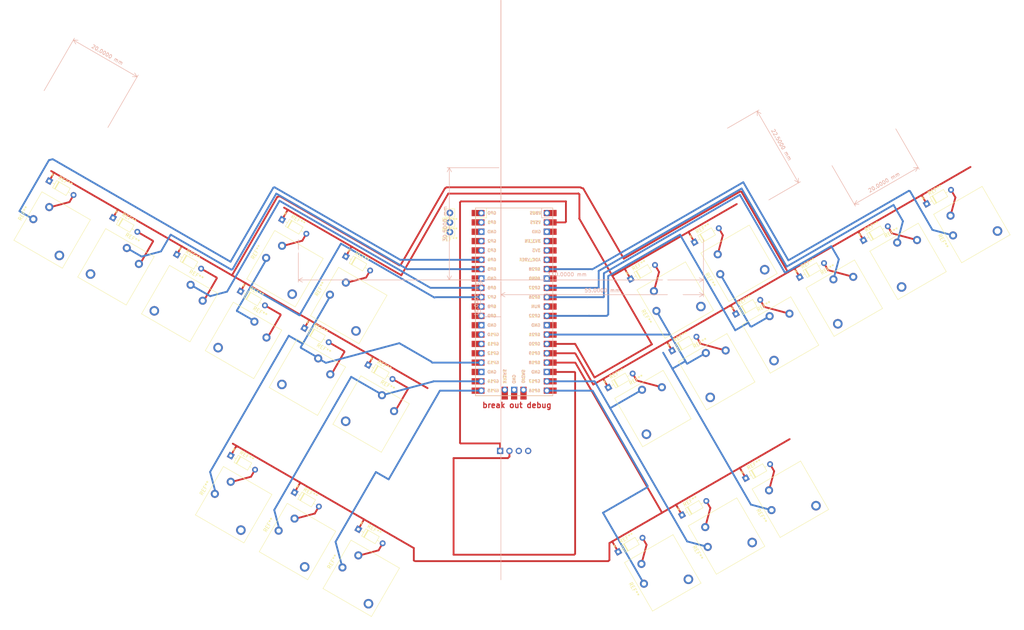
<source format=kicad_pcb>
(kicad_pcb (version 20221018) (generator pcbnew)
  (layers (0 "F.Cu" signal) (31 "B.Cu" signal) (34 "B.Paste" user) (35 "F.Paste" user) (36 "B.SilkS" user "B.Silkscreen") (37 "F.SilkS" user "F.Silkscreen") (38 "B.Mask" user) (39 "F.Mask" user) (44 "Edge.Cuts" user))
  (net 0 "")
  (footprint "ScottoKeebs_Choc:Choc_V1V2_1.00u" (layer "F.Cu") (at 256.271701 180.446953 30)
    (fp_text reference "REF**")
    (fp_text value "Choc_V1V2_1.00u")
  )
  (footprint "ScottoKeebs_Components:Diode_DO-35" (layer "F.Cu") (at 155.581147 129.119548 -30)
    (fp_text reference "REF**")
    (fp_text value "1N4148")
  )
  (footprint "ScottoKeebs_Components:Diode_DO-35" (layer "F.Cu") (at 244.172586 174.730684 30)
    (fp_text reference "REF**")
    (fp_text value "1N4148")
  )
  (footprint "ScottoKeebs_Components:Diode_DO-35" (layer "F.Cu") (at 161.651651 158.605124 -30)
    (fp_text reference "REF**")
    (fp_text value "1N4148")
  )
  (footprint "ScottoKeebs_Choc:Choc_V1V2_1.50u" (layer "F.Cu") (at 342.874241 130.446954 120)
    (fp_text reference "REF**")
    (fp_text value "Choc_V1V2_1.50u")
  )
  (footprint "ScottoKeebs_Components:Diode_DO-35" (layer "F.Cu") (at 313.454621 134.730677 30)
    (fp_text reference "REF**")
    (fp_text value "1N4148")
  )
  (footprint "ScottoKeebs_Choc:Choc_V1V2_1.25u" (layer "F.Cu") (at 293.592218 205.087971 120)
    (fp_text reference "REF**")
    (fp_text value "Choc_V1V2_1.25u")
  )
  (footprint "ScottoKeebs_Components:Diode_DO-35" (layer "F.Cu") (at 109.69013 128.60512 -30)
    (fp_text reference "REF**")
    (fp_text value "1N4148")
  )
  (footprint "ScottoKeebs_Components:Diode_DO-35" (layer "F.Cu") (at 246.852078 219.371697 30)
    (fp_text reference "REF**")
    (fp_text value "1N4148")
  )
  (footprint "ScottoKeebs_Choc:Choc_V1V2_1.50u" (layer "F.Cu") (at 93.16096 131.928948 60)
    (fp_text reference "REF**")
    (fp_text value "Choc_V1V2_1.50u")
  )
  (footprint "ScottoKeebs_Choc:Choc_V1V2_1.00u" (layer "F.Cu") (at 162.442991 171.928949 -30)
    (fp_text reference "REF**")
    (fp_text value "Choc_V1V2_1.00u")
  )
  (footprint "ScottoKeebs_Choc:Choc_V1V2_1.25u" (layer "F.Cu") (at 279.662725 140.961381 120)
    (fp_text reference "REF**")
    (fp_text value "Choc_V1V2_1.25u")
  )
  (footprint "ScottoKeebs_Components:Diode_DO-35" (layer "F.Cu") (at 172.901655 139.11955 -30)
    (fp_text reference "REF**")
    (fp_text value "1N4148")
  )
  (footprint "ScottoKeebs_Components:Diode_DO-35" (layer "F.Cu") (at 281.4931 199.371694 30)
    (fp_text reference "REF**")
    (fp_text value "1N4148")
  )
  (footprint "ScottoKeebs_Components:Diode_DO-35" (layer "F.Cu") (at 250.243096 145.245109 30)
    (fp_text reference "REF**")
    (fp_text value "1N4148")
  )
  (footprint "ScottoKeebs_Choc:Choc_V1V2_1.25u" (layer "F.Cu") (at 173.692997 152.443374 60)
    (fp_text reference "REF**")
    (fp_text value "Choc_V1V2_1.25u")
  )
  (footprint "ScottoKeebs_Choc:Choc_V1V2_1.25u" (layer "F.Cu") (at 258.951192 225.087974 120)
    (fp_text reference "REF**")
    (fp_text value "Choc_V1V2_1.25u")
  )
  (footprint "ScottoKeebs_Components:Diode_DO-35" (layer "F.Cu") (at 92.369619 118.605122 -30)
    (fp_text reference "REF**")
    (fp_text value "1N4148")
  )
  (footprint "ScottoKeebs_Choc:Choc_V1V2_1.25u" (layer "F.Cu") (at 156.372485 142.443376 60)
    (fp_text reference "REF**")
    (fp_text value "Choc_V1V2_1.25u")
  )
  (footprint "ScottoKeebs_Choc:Choc_V1V2_1.25u" (layer "F.Cu") (at 262.342211 150.961385 120)
    (fp_text reference "REF**")
    (fp_text value "Choc_V1V2_1.25u")
  )
  (footprint "ScottoKeebs_Choc:Choc_V1V2_1.00u" (layer "F.Cu") (at 290.912717 160.446956 30)
    (fp_text reference "REF**")
    (fp_text value "Choc_V1V2_1.00u")
  )
  (footprint "ScottoKeebs_Components:Diode_DO-35" (layer "F.Cu") (at 267.563612 135.245102 30)
    (fp_text reference "REF**")
    (fp_text value "1N4148")
  )
  (footprint "ScottoKeebs_Components:Diode_DO-35" (layer "F.Cu") (at 176.292672 213.246139 -30)
    (fp_text reference "REF**")
    (fp_text value "1N4148")
  )
  (footprint "ScottoKeebs_Components:Diode_DO-35" (layer "F.Cu") (at 141.651654 193.246137 -30)
    (fp_text reference "REF**")
    (fp_text value "1N4148")
  )
  (footprint "ScottoKeebs_Choc:Choc_V1V2_1.00u" (layer "F.Cu") (at 110.481472 141.928944 -30)
    (fp_text reference "REF**")
    (fp_text value "Choc_V1V2_1.00u")
  )
  (footprint "ScottoKeebs_Choc:Choc_V1V2_1.00u" (layer "F.Cu") (at 179.7635 181.928947 -30)
    (fp_text reference "REF**")
    (fp_text value "Choc_V1V2_1.00u")
  )
  (footprint "ScottoKeebs_Choc:Choc_V1V2_1.50u" (layer "F.Cu") (at 276.271705 215.087979 120)
    (fp_text reference "REF**")
    (fp_text value "Choc_V1V2_1.50u")
  )
  (footprint "ScottoKeebs_Components:Diode_DO-35" (layer "F.Cu") (at 330.610583 124.825682 30)
    (fp_text reference "REF**")
    (fp_text value "1N4148")
  )
  (footprint "ScottoKeebs_Choc:Choc_V1V2_1.00u" (layer "F.Cu") (at 325.553727 140.44696 30)
    (fp_text reference "REF**")
    (fp_text value "Choc_V1V2_1.00u")
  )
  (footprint "Connector_Pin:Pin_D0.9mm_L10.0mm_W2.4mm_FlatFork" (layer "F.Cu") (at 201.152209 129.866954)
    (fp_text reference "REF**")
    (fp_text value "Pin_D0.9mm_L10.0mm_W2.4mm_FlatFork")
  )
  (footprint "ScottoKeebs_Components:Diode_DO-35" (layer "F.Cu") (at 261.493095 164.730677 30)
    (fp_text reference "REF**")
    (fp_text value "1N4148")
  )
  (footprint "ScottoKeebs_Components:Diode_DO-35" (layer "F.Cu") (at 127.010636 138.605121 -30)
    (fp_text reference "REF**")
    (fp_text value "1N4148")
  )
  (footprint "ScottoKeebs_Components:Diode_DO-35" (layer "F.Cu") (at 278.81361 154.730679 30)
    (fp_text reference "REF**")
    (fp_text value "1N4148")
  )
  (footprint "ScottoKeebs_Choc:Choc_V1V2_1.00u" (layer "F.Cu") (at 273.592209 170.446958 30)
    (fp_text reference "REF**")
    (fp_text value "Choc_V1V2_1.00u")
  )
  (footprint "ScottoKeebs_Components:Diode_DO-35" (layer "F.Cu") (at 264.172589 209.371696 30)
    (fp_text reference "REF**")
    (fp_text value "1N4148")
  )
  (footprint "ScottoKeebs_Components:OLED_128x64" (layer "F.Cu") (at 218.592217 191.946958)
    (fp_text reference "REF**" hide)
    (fp_text value "OLED_128x64")
  )
  (footprint "ScottoKeebs_Choc:Choc_V1V2_1.00u" (layer "F.Cu") (at 127.801973 151.928943 -30)
    (fp_text reference "REF**")
    (fp_text value "Choc_V1V2_1.00u")
  )
  (footprint "Connector_Pin:Pin_D0.9mm_L10.0mm_W2.4mm_FlatFork" (layer "F.Cu") (at 201.152209 127.266954)
    (fp_text reference "REF**")
    (fp_text value "Pin_D0.9mm_L10.0mm_W2.4mm_FlatFork")
  )
  (footprint "ScottoKeebs_Choc:Choc_V1V2_1.50u" (layer "F.Cu") (at 159.76351 216.569961 60)
    (fp_text reference "REF**")
    (fp_text value "Choc_V1V2_1.50u")
  )
  (footprint "ScottoKeebs_Choc:Choc_V1V2_1.25u" (layer "F.Cu") (at 177.084009 226.569962 60)
    (fp_text reference "REF**")
    (fp_text value "Choc_V1V2_1.25u")
  )
  (footprint "Connector_Pin:Pin_D0.9mm_L10.0mm_W2.4mm_FlatFork" (layer "F.Cu") (at 201.15221 132.466953)
    (fp_text reference "REF**")
    (fp_text value "Pin_D0.9mm_L10.0mm_W2.4mm_FlatFork")
  )
  (footprint "ScottoKeebs_Choc:Choc_V1V2_1.00u" (layer "F.Cu") (at 145.12248 161.928942 -30)
    (fp_text reference "REF**")
    (fp_text value "Choc_V1V2_1.00u")
  )
  (footprint "ScottoKeebs_MCU:Raspberry_Pi_Pico" (layer "F.Cu") (at 218.592211 151.446954)
    (fp_text reference "REF**" hide)
    (fp_text value "Raspberry_Pi_Pico" hide)
  )
  (footprint "ScottoKeebs_Components:Diode_DO-35" (layer "F.Cu") (at 144.331149 148.605119 -30)
    (fp_text reference "REF**")
    (fp_text value "1N4148")
  )
  (footprint "ScottoKeebs_Choc:Choc_V1V2_1.00u" (layer "F.Cu") (at 308.233223 150.446957 30)
    (fp_text reference "REF**")
    (fp_text value "Choc_V1V2_1.00u")
  )
  (footprint "ScottoKeebs_Components:Diode_DO-35" (layer "F.Cu") (at 178.972166 168.605119 -30)
    (fp_text reference "REF**")
    (fp_text value "1N4148")
  )
  (footprint "ScottoKeebs_Choc:Choc_V1V2_1.25u" (layer "F.Cu") (at 142.442998 206.569957 60)
    (fp_text reference "REF**")
    (fp_text value "Choc_V1V2_1.25u")
  )
  (footprint "ScottoKeebs_Components:Diode_DO-35" (layer "F.Cu") (at 158.972165 203.246138 -30)
    (fp_text reference "REF**")
    (fp_text value "1N4148")
  )
  (footprint "ScottoKeebs_Components:Diode_DO-35" (layer "F.Cu") (at 296.134115 144.730679 30)
    (fp_text reference "REF**")
    (fp_text value "1N4148")
  )
  (gr_line (start 215 145.5) (end 215 227) (stroke (width 0.15)) (layer "B.SilkS"))
  (gr_line (start 215 145.5) (end 215 69.5) (stroke (width 0.15)) (layer "B.SilkS"))
  (gr_line (start 215 69.5) (end 215 145.5) (stroke (width 0.15)) (layer "B.SilkS"))
  (gr_text "break out debug" (at 209.8 180.4) (layer "F.Cu") (effects (font (size 1.5 1.5) (thickness 0.3) bold) (justify left bottom)))
  (dimension (type aligned) (layer "B.SilkS") (pts (xy 270 145.5) (xy 215 145.5)) (height -4) (gr_text "55.0000 mm" (at 242.5 148.35) (layer "B.SilkS") (effects (font (size 1 1) (thickness 0.15)))) (format (prefix "") (suffix "") (units 3) (units_format 1) (precision 4)) (style (thickness 0.15) (arrow_length 1.27) (text_position_mode 0) (extension_height 0.58642) (extension_offset 0.5) keep_text_aligned))
  (dimension (type aligned) (layer "B.SilkS") (pts (xy 304.641015 114.000002) (xy 321.961524 104)) (height 12.630284) (gr_text "20.0000 mm" (at 319.041413 118.942218 30.00000221) (layer "B.SilkS") (effects (font (size 1 1) (thickness 0.15)))) (format (prefix "") (suffix "") (units 3) (units_format 1) (precision 4)) (style (thickness 0.15) (arrow_length 1.27) (text_position_mode 0) (extension_height 0.58642) (extension_offset 0.5) keep_text_aligned))
  (dimension (type aligned) (layer "B.SilkS") (pts (xy 287.320506 124) (xy 276.070508 104.51443)) (height 9.801898) (gr_text "22.5000 mm" (at 291.180129 108.781266 -60.00000239) (layer "B.SilkS") (effects (font (size 1 1) (thickness 0.15)))) (format (prefix "") (suffix "") (units 3) (units_format 1) (precision 4)) (style (thickness 0.15) (arrow_length 1.27) (text_position_mode 0) (extension_height 0.58642) (extension_offset 0.5) keep_text_aligned))
  (dimension (type aligned) (layer "B.SilkS") (pts (xy 108.038476 104.499998) (xy 90.71797 94.499998)) (height 16.39176) (gr_text "20.0000 mm" (at 108.149104 84.308389 -30.00000297) (layer "B.SilkS") (effects (font (size 1 1) (thickness 0.15)))) (format (prefix "") (suffix "") (units 3) (units_format 1) (precision 4)) (style (thickness 0.15) (arrow_length 1.27) (text_position_mode 0) (extension_height 0.58642) (extension_offset 0.5) keep_text_aligned))
  (dimension (type aligned) (layer "B.SilkS") (pts (xy 270 134.000002) (xy 160 134.000002)) (height -11.499998) (gr_text "110.0000 mm" (at 233 144) (layer "B.SilkS") (effects (font (size 1 1) (thickness 0.15)))) (format (prefix "") (suffix "") (units 3) (units_format 1) (precision 4)) (style (thickness 0.15) (arrow_length 1.27) (text_position_mode 2) (extension_height 0.58642) (extension_offset 0.5) keep_text_aligned))
  (dimension (type aligned) (layer "B.SilkS") (pts (xy 215 145.5) (xy 215 115)) (height -14) (gr_text "30.5000 mm" (at 199.85 130.25 90) (layer "B.SilkS") (effects (font (size 1 1) (thickness 0.15)))) (format (prefix "") (suffix "") (units 3) (units_format 1) (precision 4)) (style (thickness 0.15) (arrow_length 1.27) (text_position_mode 0) (extension_height 0.58642) (extension_offset 0.5) keep_text_aligned))
  (dimension (type aligned) (layer "B.SilkS") (pts (xy 215.5 145.5) (xy 215.5 155.5)) (height 6) (gr_text "10.0000 mm" (at 208.35 150.5 90) (layer "B.SilkS") (effects (font (size 1 1) (thickness 0.15)))) (format (prefix "") (suffix "") (units 3) (units_format 1) (precision 4)) (style (thickness 0.15) (arrow_length 1.27) (text_position_mode 0) (extension_height 0.58642) (extension_offset 0.5) keep_text_aligned))
  (segment (start 162.906489 156.431689) (end 163.039311 156.396101) (width 0.5) (layer "F.Cu") (net 0))
  (segment (start 154.285367 122.937005) (end 154.968378 122.753993) (width 0.5) (layer "F.Cu") (net 0))
  (segment (start 174.53931 136.477514) (end 157.218803 126.477519) (width 0.5) (layer "F.Cu") (net 0))
  (segment (start 181.791789 218.96139) (end 182.891783 217.056135) (width 0.5) (layer "F.Cu") (net 0))
  (segment (start 216.905201 193.905827) (end 202.155202 193.905829) (width 0.5) (layer "F.Cu") (net 0))
  (segment (start 270.480812 212.657849) (end 271.871701 207.466957) (width 0.5) (layer "F.Cu") (net 0))
  (segment (start 92.677836 125.711277) (end 97.868731 124.320377) (width 0.5) (layer "F.Cu") (net 0))
  (segment (start 237.349293 120.630205) (end 236.815221 120.487103) (width 0.5) (layer "F.Cu") (net 0))
  (segment (start 262.651508 206.497118) (end 258.754394 208.74711) (width 0.5) (layer "F.Cu") (net 0))
  (segment (start 214.782216 191.946956) (end 214.782216 189.916107) (width 0.5) (layer "F.Cu") (net 0))
  (segment (start 245.257916 144.370522) (end 256.007919 162.990072) (width 0.5) (layer "F.Cu") (net 0))
  (segment (start 247.422983 143.120526) (end 247.639485 142.995525) (width 0.5) (layer "F.Cu") (net 0))
  (segment (start 312.139619 132.453036) (end 312.183543 132.289111) (width 0.5) (layer "F.Cu") (net 0))
  (segment (start 235.229595 168.000964) (end 235.065353 167.956956) (width 0.5) (layer "F.Cu") (net 0))
  (segment (start 157.218803 126.477519) (end 156.136267 125.852518) (width 0.5) (layer "F.Cu") (net 0))
  (segment (start 267.563612 135.245102) (end 265.998609 132.534437) (width 0.5) (layer "F.Cu") (net 0))
  (segment (start 110.944961 126.431686) (end 111.077788 126.396101) (width 0.5) (layer "F.Cu") (net 0))
  (segment (start 161.080256 134.834809) (end 162.180258 132.929549) (width 0.5) (layer "F.Cu") (net 0))
  (segment (start 242.901511 172.289107) (end 260.222019 162.28911) (width 0.5) (layer "F.Cu") (net 0))
  (segment (start 294.819108 142.453031) (end 294.863034 142.289105) (width 0.5) (layer "F.Cu") (net 0))
  (segment (start 257.942209 143.34036) (end 256.551316 148.531259) (width 0.5) (layer "F.Cu") (net 0))
  (segment (start 180.199227 166.479789) (end 180.14331 166.271102) (width 0.5) (layer "F.Cu") (net 0))
  (segment (start 141.959869 200.35229) (end 147.150767 198.961393) (width 0.5) (layer "F.Cu") (net 0))
  (segment (start 244.464976 216.997115) (end 245.330998 216.497111) (width 0.5) (layer "F.Cu") (net 0))
  (segment (start 242.857584 172.453033) (end 242.901511 172.289107) (width 0.5) (layer "F.Cu") (net 0))
  (segment (start 286.512719 152.825934) (end 293.342843 154.656059) (width 0.5) (layer "F.Cu") (net 0))
  (segment (start 168.980888 171.15051) (end 172.497962 165.058762) (width 0.5) (layer "F.Cu") (net 0))
  (segment (start 141.651654 193.246137) (end 143.031487 190.856198) (width 0.5) (layer "F.Cu") (net 0))
  (segment (start 204.155202 124.155826) (end 232.655204 124.155829) (width 0.5) (layer "F.Cu") (net 0))
  (segment (start 236.315224 122.237104) (end 236.315221 128.608617) (width 0.5) (layer "F.Cu") (net 0))
  (segment (start 191.35372 218.354105) (end 191.353723 221.69775) (width 0.5) (layer "F.Cu") (net 0))
  (segment (start 186.301401 181.150512) (end 189.818471 175.05877) (width 0.5) (layer "F.Cu") (net 0))
  (segment (start 155.116739 154.832185) (end 150.930256 152.41512) (width 0.5) (layer "F.Cu") (net 0))
  (segment (start 137.796231 144.832181) (end 133.609751 142.415119) (width 0.5) (layer "F.Cu") (net 0))
  (segment (start 303.833224 142.825934) (end 310.663354 144.656066) (width 0.5) (layer "F.Cu") (net 0))
  (segment (start 278.81361 154.730679) (end 277.628607 152.678201) (width 0.5) (layer "F.Cu") (net 0))
  (segment (start 271.871701 207.466957) (end 270.771701 205.561692) (width 0.5) (layer "F.Cu") (net 0))
  (segment (start 292.932744 143.403563) (end 294.863034 142.289105) (width 0.5) (layer "F.Cu") (net 0))
  (segment (start 264.172589 209.371696) (end 262.607592 206.661033) (width 0.5) (layer "F.Cu") (net 0))
  (segment (start 172.901655 139.11955) (end 174.406491 136.513101) (width 0.5) (layer "F.Cu") (net 0))
  (segment (start 245.257916 144.370522) (end 236.26531 128.794881) (width 0.5) (layer "F.Cu") (net 0))
  (segment (start 92.369619 118.605122) (end 93.624454 116.43169) (width 0.5) (layer "F.Cu") (net 0))
  (segment (start 203.905203 124.405826) (end 204.155202 124.155826) (width 0.5) (layer "F.Cu") (net 0))
  (segment (start 277.628607 152.678201) (end 277.109517 152.539106) (width 0.5) (layer "F.Cu") (net 0))
  (segment (start 275.262722 133.340357) (end 273.871825 138.531256) (width 0.5) (layer "F.Cu") (net 0))
  (segment (start 247.639485 142.995525) (end 245.257916 144.370522) (width 0.5) (layer "F.Cu") (net 0))
  (segment (start 191.353723 221.69775) (end 191.427143 221.771176) (width 0.5) (layer "F.Cu") (net 0))
  (segment (start 227.482209 162.876956) (end 235.129447 162.876955) (width 0.5) (layer "F.Cu") (net 0))
  (segment (start 258.754394 208.74711) (end 245.330998 216.497111) (width 0.5) (layer "F.Cu") (net 0))
  (segment (start 280.314332 121.547833) (end 292.932744 143.403563) (width 0.5) (layer "F.Cu") (net 0))
  (segment (start 236.26531 128.794881) (end 236.315221 128.608617) (width 0.5) (layer "F.Cu") (net 0))
  (segment (start 256.007919 162.990072) (end 240.419455 171.990074) (width 0.5) (layer "F.Cu") (net 0))
  (segment (start 176.292672 213.246139) (end 177.797504 210.639693) (width 0.5) (layer "F.Cu") (net 0))
  (segment (start 236.065221 121.9871) (end 236.315224 122.237104) (width 0.5) (layer "F.Cu") (net 0))
  (segment (start 180.14331 166.271102) (end 178.411264 165.271102) (width 0.5) (layer "F.Cu") (net 0))
  (segment (start 157.085975 126.513101) (end 157.218803 126.477519) (width 0.5) (layer "F.Cu") (net 0))
  (segment (start 177.797504 210.639693) (end 177.930322 210.6041) (width 0.5) (layer "F.Cu") (net 0))
  (segment (start 187.962706 144.227512) (end 200.709874 122.027398) (width 0.5) (layer "F.Cu") (net 0))
  (segment (start 244.155206 221.905827) (end 244.464977 221.596051) (width 0.5) (layer "F.Cu") (net 0))
  (segment (start 160.393312 200.479104) (end 177.930322 210.6041) (width 0.5) (layer "F.Cu") (net 0))
  (segment (start 260.178095 162.45303) (end 260.222019 162.28911) (width 0.5) (layer "F.Cu") (net 0))
  (segment (start 279.928097 196.661028) (end 279.972018 196.497113) (width 0.5) (layer "F.Cu") (net 0))
  (segment (start 155.177452 155.058759) (end 155.116739 154.832185) (width 0.5) (layer "F.Cu") (net 0))
  (segment (start 217.322216 193.488815) (end 216.905201 193.905827) (width 0.5) (layer "F.Cu") (net 0))
  (segment (start 176.600887 220.35229) (end 181.791789 218.96139) (width 0.5) (layer "F.Cu") (net 0))
  (segment (start 97.868731 124.320377) (end 98.968733 122.41512) (width 0.5) (layer "F.Cu") (net 0))
  (segment (start 313.454621 134.730677) (end 312.139619 132.453036) (width 0.5) (layer "F.Cu") (net 0))
  (segment (start 187.785837 141.412481) (end 199.785841 120.627873) (width 0.5) (layer "F.Cu") (net 0))
  (segment (start 250.243096 145.245109) (end 248.683094 142.543106) (width 0.5) (layer "F.Cu") (net 0))
  (segment (start 137.856944 145.058764) (end 137.796231 144.832181) (width 0.5) (layer "F.Cu") (net 0))
  (segment (start 120.475725 134.832186) (end 116.289246 132.415119) (width 0.5) (layer "F.Cu") (net 0))
  (segment (start 247.639485 142.995525) (end 248.505512 142.495522) (width 0.5) (layer "F.Cu") (net 0))
  (segment (start 141.985639 144.240755) (end 128.398292 136.396097) (width 0.5) (layer "F.Cu") (net 0))
  (segment (start 244.172586 174.730684) (end 242.857584 172.453033) (width 0.5) (layer "F.Cu") (net 0))
  (segment (start 214.782216 189.916107) (end 204.050134 189.916108) (width 0.5) (layer "F.Cu") (net 0))
  (segment (start 269.192212 162.825931) (end 276.022338 164.656058) (width 0.5) (layer "F.Cu") (net 0))
  (segment (start 279.972018 196.497113) (end 262.651508 206.497118) (width 0.5) (layer "F.Cu") (net 0))
  (segment (start 235.155201 219.905825) (end 235.155204 170.655826) (width 0.5) (layer "F.Cu") (net 0))
  (segment (start 151.660381 161.150505) (end 155.177452 155.058759) (width 0.5) (layer "F.Cu") (net 0))
  (segment (start 178.972166 168.605119) (end 180.199227 166.479789) (width 0.5) (layer "F.Cu") (net 0))
  (segment (start 245.287081 216.661037) (end 245.330998 216.497111) (width 0.5) (layer "F.Cu") (net 0))
  (segment (start 337.209698 121.015678) (end 338.404695 123.085481) (width 0.5) (layer "F.Cu") (net 0))
  (segment (start 240.086926 173.914109) (end 235.222373 165.488454) (width 0.5) (layer "F.Cu") (net 0))
  (segment (start 202.155206 220.155827) (end 234.905201 220.155829) (width 0.5) (layer "F.Cu") (net 0))
  (segment (start 232.454073 129.856956) (end 227.482212 129.856951) (width 0.5) (layer "F.Cu") (net 0))
  (segment (start 258.754394 208.74711) (end 235.229595 168.000964) (width 0.5) (layer "F.Cu") (net 0))
  (segment (start 279.972826 121.456326) (end 248.362899 139.706331) (width 0.5) (layer "F.Cu") (net 0))
  (segment (start 158.972165 203.246138) (end 160.449225 200.687785) (width 0.5) (layer "F.Cu") (net 0))
  (segment (start 232.655204 124.155829) (end 232.655205 129.655827) (width 0.5) (layer "F.Cu") (net 0))
  (segment (start 287.801319 202.657846) (end 289.192211 197.46695) (width 0.5) (layer "F.Cu") (net 0))
  (segment (start 260.222019 162.28911) (end 277.109517 152.539106) (width 0.5) (layer "F.Cu") (net 0))
  (segment (start 143.031487 190.856198) (end 143.505812 190.729104) (width 0.5) (layer "F.Cu") (net 0))
  (segment (start 244.464977 221.596051) (end 244.464976 216.997115) (width 0.5) (layer "F.Cu") (net 0))
  (segment (start 240.419455 171.990074) (end 235.196999 162.944506) (width 0.5) (layer "F.Cu") (net 0))
  (segment (start 144.331149 148.605119) (end 145.585975 146.431689) (width 0.5) (layer "F.Cu") (net 0))
  (segment (start 235.065353 167.956956) (end 227.482213 167.956957) (width 0.5) (layer "F.Cu") (net 0))
  (segment (start 312.183543 132.289111) (end 329.504052 122.289111) (width 0.5) (layer "F.Cu") (net 0))
  (segment (start 235.129447 162.876955) (end 235.196999 162.944506) (width 0.5) (layer "F.Cu") (net 0))
  (segment (start 93.757279 116.396097) (end 92.891253 115.8961) (width 0.5) (layer "F.Cu") (net 0))
  (segment (start 235.196999 162.944506) (end 235.183373 162.920905) (width 0.5) (layer "F.Cu") (net 0))
  (segment (start 172.497962 165.058762) (end 172.437247 164.832188) (width 0.5) (layer "F.Cu") (net 0))
  (segment (start 246.852078 219.371697) (end 245.287081 216.661037) (width 0.5) (layer "F.Cu") (net 0))
  (segment (start 242.901511 172.289107) (end 240.086926 173.914109) (width 0.5) (layer "F.Cu") (net 0))
  (segment (start 141.985639 144.240755) (end 154.285367 122.937005) (width 0.5) (layer "F.Cu") (net 0))
  (segment (start 250.771701 170.920681) (end 251.871698 172.825934) (width 0.5) (layer "F.Cu") (net 0))
  (segment (start 172.437247 164.832188) (end 168.250764 162.415123) (width 0.5) (layer "F.Cu") (net 0))
  (segment (start 289.192211 197.46695) (end 288.092211 195.561688) (width 0.5) (layer "F.Cu") (net 0))
  (segment (start 145.585975 146.431689) (end 145.718802 146.396104) (width 0.5) (layer "F.Cu") (net 0))
  (segment (start 127.010636 138.605121) (end 128.265469 136.43169) (width 0.5) (layer "F.Cu") (net 0))
  (segment (start 277.109517 152.539106) (end 292.932744 143.403563) (width 0.5) (layer "F.Cu") (net 0))
  (segment (start 155.889364 136.225709) (end 161.080256 134.834809) (width 0.5) (layer "F.Cu") (net 0))
  (segment (start 329.390581 122.712581) (end 329.504052 122.289111) (width 0.5) (layer "F.Cu") (net 0))
  (segment (start 302.73323 140.920681) (end 303.833224 142.825934) (width 0.5) (layer "F.Cu") (net 0))
  (segment (start 189.818471 175.05877) (end 189.757757 174.832186) (width 0.5) (layer "F.Cu") (net 0))
  (segment (start 134.339877 151.150502) (end 137.856944 145.058764) (width 0.5) (layer "F.Cu") (net 0))
  (segment (start 191.655203 221.905827) (end 244.155206 221.905827) (width 0.5) (layer "F.Cu") (net 0))
  (segment (start 174.53931 136.477514) (end 187.962706 144.227512) (width 0.5) (layer "F.Cu") (net 0))
  (segment (start 256.842206 141.435107) (end 257.942209 143.34036) (width 0.5) (layer "F.Cu") (net 0))
  (segment (start 280.314332 121.547833) (end 279.972826 121.456326) (width 0.5) (layer "F.Cu") (net 0))
  (segment (start 265.998609 132.534437) (end 266.042521 132.370527) (width 0.5) (layer "F.Cu") (net 0))
  (segment (start 155.581147 129.119548) (end 157.085975 126.513101) (width 0.5) (layer "F.Cu") (net 0))
  (segment (start 253.160294 222.657845) (end 254.551192 217.46695) (width 0.5) (layer "F.Cu") (net 0))
  (segment (start 117.01937 141.150502) (end 120.536435 135.058767) (width 0.5) (layer "F.Cu") (net 0))
  (segment (start 203.905205 189.771179) (end 203.905203 124.405826) (width 0.5) (layer "F.Cu") (net 0))
  (segment (start 274.162725 131.435104) (end 275.262722 133.340357) (width 0.5) (layer "F.Cu") (net 0))
  (segment (start 163.039311 156.396101) (end 145.718802 146.396104) (width 0.5) (layer "F.Cu") (net 0))
  (segment (start 178.411264 165.271102) (end 163.039311 156.396101) (width 0.5) (layer "F.Cu") (net 0))
  (segment (start 195.08225 174.896103) (end 180.14331 166.271102) (width 0.5) (layer "F.Cu") (net 0))
  (segment (start 164.471274 208.961393) (end 165.571273 207.056139) (width 0.5) (layer "F.Cu") (net 0))
  (segment (start 266.042521 132.370527) (end 279.032908 124.870522) (width 0.5) (layer "F.Cu") (net 0))
  (segment (start 235.222373 165.488454) (end 234.955522 165.416952) (width 0.5) (layer "F.Cu") (net 0))
  (segment (start 330.610583 124.825682) (end 329.390581 122.712581) (width 0.5) (layer "F.Cu") (net 0))
  (segment (start 160.449225 200.687785) (end 160.393312 200.479104) (width 0.5) (layer "F.Cu") (net 0))
  (segment (start 234.955522 165.416952) (end 227.48221 165.416952) (width 0.5) (layer "F.Cu") (net 0))
  (segment (start 204.050134 189.916108) (end 203.905205 189.771179) (width 0.5) (layer "F.Cu") (net 0))
  (segment (start 199.785841 120.627873) (end 200.252343 120.319861) (width 0.5) (layer "F.Cu") (net 0))
  (segment (start 120.536435 135.058767) (end 120.475725 134.832186) (width 0.5) (layer "F.Cu") (net 0))
  (segment (start 128.398292 136.396097) (end 111.077788 126.396101) (width 0.5) (layer "F.Cu") (net 0))
  (segment (start 268.092212 160.920675) (end 269.192212 162.825931) (width 0.5) (layer "F.Cu") (net 0))
  (segment (start 128.265469 136.43169) (end 128.398292 136.396097) (width 0.5) (layer "F.Cu") (net 0))
  (segment (start 234.996331 170.496957) (end 227.482211 170.496956) (width 0.5) (layer "F.Cu") (net 0))
  (segment (start 187.44433 141.503994) (end 187.785837 141.412481) (width 0.5) (layer "F.Cu") (net 0))
  (segment (start 235.155204 170.655826) (end 234.996331 170.496957) (width 0.5) (layer "F.Cu") (net 0))
  (segment (start 281.4931 199.371694) (end 279.928097 196.661028) (width 0.5) (layer "F.Cu") (net 0))
  (segment (start 320.053731 130.920676) (end 321.153727 132.825936) (width 0.5) (layer "F.Cu") (net 0))
  (segment (start 159.280381 210.35229) (end 164.471274 208.961393) (width 0.5) (layer "F.Cu") (net 0))
  (segment (start 285.412716 150.920676) (end 286.512719 152.825934) (width 0.5) (layer "F.Cu") (net 0))
  (segment (start 293.395409 188.747113) (end 279.972018 196.497113) (width 0.5) (layer "F.Cu") (net 0))
  (segment (start 111.077788 126.396101) (end 93.757279 116.396097) (width 0.5) (layer "F.Cu") (net 0))
  (segment (start 145.718802 146.396104) (end 141.985639 144.240755) (width 0.5) (layer "F.Cu") (net 0))
  (segment (start 232.655205 129.655827) (end 232.454073 129.856956) (width 0.5) (layer "F.Cu") (net 0))
  (segment (start 154.968378 122.753993) (end 187.44433 141.503994) (width 0.5) (layer "F.Cu") (net 0))
  (segment (start 329.504052 122.289111) (end 342.494433 114.789107) (width 0.5) (layer "F.Cu") (net 0))
  (segment (start 321.153727 132.825936) (end 327.983862 134.656065) (width 0.5) (layer "F.Cu") (net 0))
  (segment (start 173.209868 146.225704) (end 178.40077 144.834807) (width 0.5) (layer "F.Cu") (net 0))
  (segment (start 147.150767 198.961393) (end 148.250766 197.056138) (width 0.5) (layer "F.Cu") (net 0))
  (segment (start 254.551192 217.46695) (end 253.451196 215.561696) (width 0.5) (layer "F.Cu") (net 0))
  (segment (start 248.505512 142.495522) (end 266.042521 132.370527) (width 0.5) (layer "F.Cu") (net 0))
  (segment (start 200.709874 122.027398) (end 236.024928 122.027393) (width 0.5) (layer "F.Cu") (net 0))
  (segment (start 248.362899 139.706331) (end 237.349293 120.630205) (width 0.5) (layer "F.Cu") (net 0))
  (segment (start 294.863034 142.289105) (end 312.183543 132.289111) (width 0.5) (layer "F.Cu") (net 0))
  (segment (start 109.69013 128.60512) (end 110.944961 126.431686) (width 0.5) (layer "F.Cu") (net 0))
  (segment (start 261.493095 164.730677) (end 260.178095 162.45303) (width 0.5) (layer "F.Cu") (net 0))
  (segment (start 177.930322 210.6041) (end 191.35372 218.354105) (width 0.5) (layer "F.Cu") (net 0))
  (segment (start 174.406491 136.513101) (end 174.53931 136.477514) (width 0.5) (layer "F.Cu") (net 0))
  (segment (start 236.024928 122.027393) (end 236.065221 121.9871) (width 0.5) (layer "F.Cu") (net 0))
  (segment (start 217.322213 191.946957) (end 217.322216 193.488815) (width 0.5) (layer "F.Cu") (net 0))
  (segment (start 161.651651 158.605124) (end 162.906489 156.431689) (width 0.5) (layer "F.Cu") (net 0))
  (segment (start 234.905201 220.155829) (end 235.155201 219.905825) (width 0.5) (layer "F.Cu") (net 0))
  (segment (start 248.683094 142.543106) (end 248.505512 142.495522) (width 0.5) (layer "F.Cu") (net 0))
  (segment (start 251.871698 172.825934) (end 258.701828 174.656061) (width 0.5) (layer "F.Cu") (net 0))
  (segment (start 262.607592 206.661033) (end 262.651508 206.497118) (width 0.5) (layer "F.Cu") (net 0))
  (segment (start 296.134115 144.730679) (end 294.819108 142.453031) (width 0.5) (layer "F.Cu") (net 0))
  (segment (start 178.40077 144.834807) (end 179.500768 142.929553) (width 0.5) (layer "F.Cu") (net 0))
  (segment (start 93.624454 116.43169) (end 93.757279 116.396097) (width 0.5) (layer "F.Cu") (net 0))
  (segment (start 236.815221 120.487103) (end 236.647982 120.319866) (width 0.5) (layer "F.Cu") (net 0))
  (segment (start 189.757757 174.832186) (end 185.571277 172.415122) (width 0.5) (layer "F.Cu") (net 0))
  (segment (start 202.155202 193.905829) (end 202.155206 220.155827) (width 0.5) (layer "F.Cu") (net 0))
  (segment (start 338.404695 123.085481) (end 337.083349 128.016825) (width 0.5) (layer "F.Cu") (net 0))
  (segment (start 142.206778 189.979103) (end 143.505812 190.729104) (width 0.5) (layer "F.Cu") (net 0))
  (segment (start 200.252343 120.319861) (end 236.352608 120.319857) (width 0.5) (layer "F.Cu") (net 0))
  (segment (start 143.505812 190.729104) (end 160.393312 200.479104) (width 0.5) (layer "F.Cu") (net 0))
  (segment (start 170.10773 216.653232) (end 181.057727 197.687278) (width 0.5) (layer "B.Cu") (net 0))
  (segment (start 274.553171 143.911384) (end 282.178173 157.11827) (width 0.5) (layer "B.Cu") (net 0))
  (segment (start 242.716647 208.768909) (end 254.754395 201.81891) (width 0.5) (layer "B.Cu") (net 0))
  (segment (start 161.194671 162.836649) (end 160.654833 163.771668) (width 0.5) (layer "B.Cu") (net 0))
  (segment (start 154.013674 122.02896) (end 189.370047 142.441966) (width 0.5) (layer "B.Cu") (net 0))
  (segment (start 227.48221 150.176955) (end 238.459433 150.176956) (width 0.5) (layer "B.Cu") (net 0))
  (segment (start 279.889961 122.354982) (end 242.980086 143.664908) (width 0.5) (layer "B.Cu") (net 0))
  (segment (start 239.830825 142.596378) (end 239.683701 142.556955) (width 0.5) (layer "B.Cu") (net 0))
  (segment (start 117.458496 139.1444) (end 122.034671 137.918217) (width 0.5) (layer "B.Cu") (net 0))
  (segment (start 254.845901 201.477404) (end 239.947148 175.672015) (width 0.5) (layer "B.Cu") (net 0))
  (segment (start 261.556955 169.60129) (end 264.891156 167.676289) (width 0.5) (layer "B.Cu") (net 0))
  (segment (start 288.482664 208.037972) (end 282.881952 206.537268) (width 0.5) (layer "B.Cu") (net 0))
  (segment (start 143.418227 153.967019) (end 143.359349 153.982796) (width 0.5) (layer "B.Cu") (net 0))
  (segment (start 249.554551 141.31251) (end 249.987562 141.062515) (width 0.5) (layer "B.Cu") (net 0))
  (segment (start 332.163984 131.896245) (end 326.088987 121.374049) (width 0.5) (layer "B.Cu") (net 0))
  (segment (start 165.392995 166.819398) (end 167.471451 168.019399) (width 0.5) (layer "B.Cu") (net 0))
  (segment (start 182.975846 163.865011) (end 187.415428 162.675428) (width 0.5) (layer "B.Cu") (net 0))
  (segment (start 137.641214 203.632418) (end 136.040674 197.659109) (width 0.5) (layer "B.Cu") (net 0))
  (segment (start 227.482211 155.256956) (end 238.942209 155.256955) (width 0.5) (layer "B.Cu") (net 0))
  (segment (start 227.482209 173.036955) (end 240.410179 173.036953) (width 0.5) (layer "B.Cu") (net 0))
  (segment (start 322.603731 135.337412) (end 324.159342 129.5318) (width 0.5) (layer "B.Cu") (net 0))
  (segment (start 227.48221 142.556954) (end 238.642209 142.556956) (width 0.5) (layer "B.Cu") (net 0))
  (segment (start 136.040674 197.659109) (end 157.407744 160.650264) (width 0.5) (layer "B.Cu") (net 0))
  (segment (start 136.078032 149.894401) (end 140.654216 148.668211) (width 0.5) (layer "B.Cu") (net 0))
  (segment (start 238.942209 155.256955) (end 238.95221 155.266957) (width 0.5) (layer "B.Cu") (net 0))
  (segment (start 122.034671 137.918217) (end 122.717686 137.735196) (width 0.5) (layer "B.Cu") (net 0))
  (segment (start 227.482209 147.636955) (end 239.382209 147.636956) (width 0.5) (layer "B.Cu") (net 0))
  (segment (start 160.654833 163.771668) (end 160.701405 163.945475) (width 0.5) (layer "B.Cu") (net 0))
  (segment (start 174.378628 171.842021) (end 183.021271 176.831855) (width 0.5) (layer "B.Cu") (net 0))
  (segment (start 257.232655 153.911385) (end 261.066815 160.552346) (width 0.5) (layer "B.Cu") (net 0))
  (segment (start 113.43147 136.81939) (end 117.458496 139.1444) (width 0.5) (layer "B.Cu") (net 0))
  (segment (start 265.561454 216.537277) (end 244.61145 180.250806) (width 0.5) (layer "B.Cu") (net 0))
  (segment (start 260.851426 160.336954) (end 261.066815 160.552346) (width 0.5) (layer "B.Cu") (net 0))
  (segment (start 324.159342 129.5318) (end 321.609344 125.11507) (width 0.5) (layer "B.Cu") (net 0))
  (segment (start 188.930969 163.550425) (end 189.147476 163.675429) (width 0.5) (layer "B.Cu") (net 0))
  (segment (start 244.61145 180.250806) (end 240.496192 173.12297) (width 0.5) (layer "B.Cu") (net 0))
  (segment (start 209.70221 173.036955) (end 196.674382 173.036955) (width 0.5) (layer "B.Cu") (net 0))
  (segment (start 198.493374 175.576955) (end 198.371666 175.698664) (width 0.5) (layer "B.Cu") (net 0))
  (segment (start 154.904218 123.986493) (end 195.84917 147.626069) (width 0.5) (layer "B.Cu") (net 0))
  (segment (start 209.70221 175.576955) (end 198.493374 175.576955) (width 0.5) (layer "B.Cu") (net 0))
  (segment (start 140.654216 148.668211) (end 154.904218 123.986493) (width 0.5) (layer "B.Cu") (net 0))
  (segment (start 130.751977 146.819394) (end 136.078032 149.894401) (width 0.5) (layer "B.Cu") (net 0))
  (segment (start 282.178173 157.11827) (end 278.627456 159.168276) (width 0.5) (layer "B.Cu") (net 0))
  (segment (start 153.556145 120.321426) (end 187.626946 139.992217) (width 0.5) (layer "B.Cu") (net 0))
  (segment (start 241.552209 147.636955) (end 241.55221 143.100992) (width 0.5) (layer "B.Cu") (net 0))
  (segment (start 88.05141 128.978941) (end 84.2842 126.803951) (width 0.5) (layer "B.Cu") (net 0))
  (segment (start 142.138674 142.59706) (end 154.013674 122.02896) (width 0.5) (layer "B.Cu") (net 0))
  (segment (start 249.987562 141.062515) (end 248.905031 141.687508) (width 0.5) (layer "B.Cu") (net 0))
  (segment (start 227.482209 160.336955) (end 260.851426 160.336954) (width 0.5) (layer "B.Cu") (net 0))
  (segment (start 280.347492 120.647452) (end 241.569668 143.035839) (width 0.5) (layer "B.Cu") (net 0))
  (segment (start 280.805021 118.939917) (end 239.830825 142.596378) (width 0.5) (layer "B.Cu") (net 0))
  (segment (start 242.980086 143.664908) (end 242.952211 143.768942) (width 0.5) (layer "B.Cu") (net 0))
  (segment (start 195.925059 147.636955) (end 209.702209 147.636956) (width 0.5) (layer "B.Cu") (net 0))
  (segment (start 261.066815 160.552346) (end 264.98266 167.334782) (width 0.5) (layer "B.Cu") (net 0))
  (segment (start 326.088987 121.374049) (end 325.747482 121.282542) (width 0.5) (layer "B.Cu") (net 0))
  (segment (start 157.407744 160.650264) (end 161.194671 162.836649) (width 0.5) (layer "B.Cu") (net 0))
  (segment (start 227.48221 175.576955) (end 239.85209 175.576954) (width 0.5) (layer "B.Cu") (net 0))
  (segment (start 153.452687 208.000608) (end 174.319756 171.8578) (width 0.5) (layer "B.Cu") (net 0))
  (segment (start 184.52183 199.687279) (end 198.371666 175.698664) (width 0.5) (layer "B.Cu") (net 0))
  (segment (start 278.627456 159.168276) (end 263.627461 133.187513) (width 0.5) (layer "B.Cu") (net 0))
  (segment (start 241.569668 143.035839) (end 241.55221 143.100992) (width 0.5) (layer "B.Cu") (net 0))
  (segment (start 93.308722 112.673022) (end 141.589636 140.548022) (width 0.5) (layer "B.Cu") (net 0))
  (segment (start 196.941115 150.277223) (end 197.315319 150.176956) (width 0.5) (layer "B.Cu") (net 0))
  (segment (start 174.319756 171.8578) (end 174.378628 171.842021) (width 0.5) (layer "B.Cu") (net 0))
  (segment (start 187.415428 162.675428) (end 188.930969 163.550425) (width 0.5) (layer "B.Cu") (net 0))
  (segment (start 325.747482 121.282542) (end 293.055024 140.157539) (width 0.5) (layer "B.Cu") (net 0))
  (segment (start 160.701405 163.945475) (end 165.700768 166.831849) (width 0.5) (layer "B.Cu") (net 0))
  (segment (start 141.589636 140.548022) (end 153.214634 120.412933) (width 0.5) (layer "B.Cu") (net 0))
  (segment (start 182.713502 176.819398) (end 196.617507 173.093831) (width 0.5) (layer "B.Cu") (net 0))
  (segment (start 337.764694 133.396956) (end 332.163984 131.896245) (width 0.5) (layer "B.Cu") (net 0))
  (segment (start 171.566236 135.627031) (end 196.941115 150.277223) (width 0.5) (layer "B.Cu") (net 0))
  (segment (start 265.482662 168.200806) (end 265.619263 168.23741) (width 0.5) (layer "B.Cu") (net 0))
  (segment (start 244.141892 154.877271) (end 244.141893 144.437513) (width 0.5) (layer "B.Cu") (net 0))
  (segment (start 141.79717 142.688569) (end 142.138674 142.59706) (width 0.5) (layer "B.Cu") (net 0))
  (segment (start 209.702211 140.016956) (end 187.651684 140.016956) (width 0.5) (layer "B.Cu") (net 0))
  (segment (start 294.738039 142.072605) (end 292.356466 143.447604) (width 0.5) (layer "B.Cu") (net 0))
  (segment (start 244.748046 180.28741) (end 253.321699 175.337408) (width 0.5) (layer "B.Cu") (net 0))
  (segment (start 240.410179 173.036953) (end 240.496192 173.12297) (width 0.5) (layer "B.Cu") (net 0))
  (segment (start 188.930969 163.550425) (end 196.075679 167.67543) (width 0.5) (layer "B.Cu") (net 0))
  (segment (start 238.95221 155.266957) (end 243.75221 155.266955) (width 0.5) (layer "B.Cu") (net 0))
  (segment (start 122.717686 137.735196) (end 125.342688 133.188566) (width 0.5) (layer "B.Cu") (net 0))
  (segment (start 304.69733 136.322606) (end 294.738039 142.072605) (width 0.5) (layer "B.Cu") (net 0))
  (segment (start 292.356466 143.447604) (end 292.014953 143.356097) (width 0.5) (layer "B.Cu") (net 0))
  (segment (start 264.891156 167.676289) (end 264.98266 167.334782) (width 0.5) (layer "B.Cu") (net 0))
  (segment (start 239.382209 147.636956) (end 241.552209 147.636955) (width 0.5) (layer "B.Cu") (net 0))
  (segment (start 160.31623 155.112606) (end 171.566236 135.627031) (width 0.5) (layer "B.Cu") (net 0))
  (segment (start 283.069671 158.162408) (end 287.96272 155.337402) (width 0.5) (layer "B.Cu") (net 0))
  (segment (start 196.357205 167.956956) (end 196.075679 167.67543) (width 0.5) (layer "B.Cu") (net 0))
  (segment (start 92.284205 112.947541) (end 93.308722 112.673022) (width 0.5) (layer "B.Cu") (net 0))
  (segment (start 292.014953 143.356097) (end 279.889961 122.354982) (width 0.5) (layer "B.Cu") (net 0))
  (segment (start 242.95221 150.066954) (end 242.952211 143.768942) (width 0.5) (layer "B.Cu") (net 0))
  (segment (start 148.380254 156.831848) (end 143.418227 153.967019) (width 0.5) (layer "B.Cu") (net 0))
  (segment (start 167.471451 168.019399) (end 182.975846 163.865011) (width 0.5) (layer "B.Cu") (net 0))
  (segment (start 282.728182 158.070901) (end 283.069671 158.162408) (width 0.5) (layer "B.Cu") (net 0))
  (segment (start 306.747331 139.873311) (end 304.69733 136.322606) (width 0.5) (layer "B.Cu") (net 0))
  (segment (start 154.961727 213.632417) (end 153.452687 208.000608) (width 0.5) (layer "B.Cu") (net 0))
  (segment (start 143.359349 153.982796) (end 143.31278 153.808995) (width 0.5) (layer "B.Cu") (net 0))
  (segment (start 293.055024 140.157539) (end 280.805021 118.939917) (width 0.5) (layer "B.Cu") (net 0))
  (segment (start 209.702209 142.556955) (end 189.485034 142.556956) (width 0.5) (layer "B.Cu") (net 0))
  (segment (start 294.738039 142.072605) (end 294.521527 142.197602) (width 0.5) (layer "B.Cu") (net 0))
  (segment (start 282.178173 157.11827) (end 282.728182 158.070901) (width 0.5) (layer "B.Cu") (net 0))
  (segment (start 253.841643 228.037973) (end 242.716647 208.768909) (width 0.5) (layer "B.Cu") (net 0))
  (segment (start 146.999158 147.423984) (end 151.57071 139.505835) (width 0.5) (layer "B.Cu") (net 0))
  (segment (start 254.754395 201.81891) (end 254.845901 201.477404) (width 0.5) (layer "B.Cu") (net 0))
  (segment (start 263.627461 133.187513) (end 249.987562 141.062515) (width 0.5) (layer "B.Cu") (net 0))
  (segment (start 209.70221 167.956955) (end 196.357205 167.956956) (width 0.5) (layer "B.Cu") (net 0))
  (segment (start 239.85209 175.576954) (end 239.947148 175.672015) (width 0.5) (layer "B.Cu") (net 0))
  (segment (start 243.75221 155.266955) (end 244.141892 154.877271) (width 0.5) (layer "B.Cu") (net 0))
  (segment (start 171.974459 223.619958) (end 170.10773 216.653232) (width 0.5) (layer "B.Cu") (net 0))
  (segment (start 84.2842 126.803951) (end 92.284205 112.947541) (width 0.5) (layer "B.Cu") (net 0))
  (segment (start 242.842209 150.176956) (end 242.95221 150.066954) (width 0.5) (layer "B.Cu") (net 0))
  (segment (start 321.609344 125.11507) (end 293.896531 141.115069) (width 0.5) (layer "B.Cu") (net 0))
  (segment (start 305.283225 145.337407) (end 306.747331 139.873311) (width 0.5) (layer "B.Cu") (net 0))
  (segment (start 265.619263 168.23741) (end 270.642207 165.337402) (width 0.5) (layer "B.Cu") (net 0))
  (segment (start 153.214634 120.412933) (end 153.556145 120.321426) (width 0.5) (layer "B.Cu") (net 0))
  (segment (start 143.31278 153.808995) (end 146.999158 147.423984) (width 0.5) (layer "B.Cu") (net 0))
  (segment (start 244.141893 144.437513) (end 249.554551 141.31251) (width 0.5) (layer "B.Cu") (net 0))
  (segment (start 282.881952 206.537268) (end 261.681956 169.817792) (width 0.5) (layer "B.Cu") (net 0))
  (segment (start 196.674382 173.036955) (end 196.617507 173.093831) (width 0.5) (layer "B.Cu") (net 0))
  (segment (start 209.702209 150.176953) (end 197.315319 150.176956) (width 0.5) (layer "B.Cu") (net 0))
  (segment (start 261.681956 169.817792) (end 261.556955 169.60129) (width 0.5) (layer "B.Cu") (net 0))
  (segment (start 238.642209 142.556956) (end 239.683701 142.556955) (width 0.5) (layer "B.Cu") (net 0))
  (segment (start 125.342688 133.188566) (end 141.79717 142.688569) (width 0.5) (layer "B.Cu") (net 0))
  (segment (start 271.162161 218.037979) (end 265.561454 216.537277) (width 0.5) (layer "B.Cu") (net 0))
  (segment (start 293.896531 141.115069) (end 292.597494 141.865076) (width 0.5) (layer "B.Cu") (net 0))
  (segment (start 244.61145 180.250806) (end 244.748046 180.28741) (width 0.5) (layer "B.Cu") (net 0))
  (segment (start 146.999158 147.423984) (end 160.31623 155.112606) (width 0.5) (layer "B.Cu") (net 0))
  (segment (start 189.485034 142.556956) (end 189.370047 142.441966) (width 0.5) (layer "B.Cu") (net 0))
  (segment (start 292.597494 141.865076) (end 280.347492 120.647452) (width 0.5) (layer "B.Cu") (net 0))
  (segment (start 264.98266 167.334782) (end 265.482662 168.200806) (width 0.5) (layer "B.Cu") (net 0))
  (segment (start 187.651684 140.016956) (end 187.626946 139.992217) (width 0.5) (layer "B.Cu") (net 0))
  (segment (start 238.459433 150.176956) (end 242.842209 150.176956) (width 0.5) (layer "B.Cu") (net 0))
  (segment (start 161.194671 162.836649) (end 168.891222 149.505831) (width 0.5) (layer "B.Cu") (net 0))
  (segment (start 261.681956 169.817792) (end 259.056955 165.271162) (width 0.5) (layer "B.Cu") (net 0))
  (segment (start 181.057727 197.687278) (end 184.52183 199.687279) (width 0.5) (layer "B.Cu") (net 0))
)
</source>
